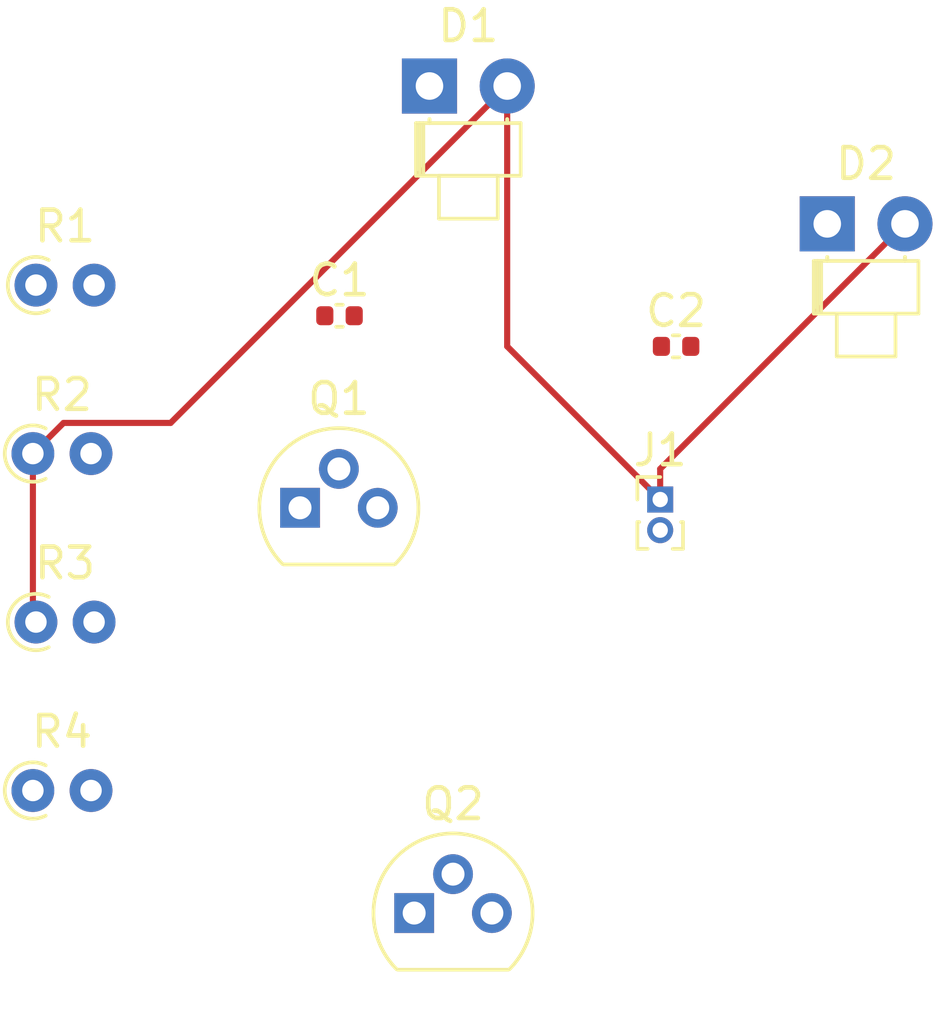
<source format=kicad_pcb>
(kicad_pcb (version 20241229) (generator "pcbnew") (generator_version "9.0")
  (layers (0 "F.Cu" signal) (2 "B.Cu" signal) (13 "F.Paste" user) (15 "B.Paste" user) (5 "F.SilkS" user "F.Silkscreen") (7 "B.SilkS" user "B.Silkscreen") (1 "F.Mask" user) (3 "B.Mask" user) (25 "Edge.Cuts" user))
  (net 0 "")
  (net 1 "Net-(C1-Pad1)")
  (net 2 "Net-(C1-Pad2)")
  (net 3 "Net-(C2-Pad2)")
  (net 4 "Net-(C2-Pad1)")
  (net 5 "+5V")
  (net 6 "Net-(D1-K)")
  (net 7 "Net-(D2-K)")
  (net 8 "GND")
  (footprint "Resistor_THT:R_Axial_DIN0204_L3.6mm_D1.6mm_P1.90mm_Vertical" (layer "F.Cu") (at 113.1 84.5)
    (property "Reference" "R3" (at 0.95 -1.92 0) (layer "F.SilkS"))
    (property "Value" "27k")
    (fp_arc (start 0.417133 0.82) (mid -0.92 0) (end 0.417133 -0.82) (stroke (width 0.12)) (layer "F.SilkS"))
    (pad "1" thru_hole circle (at 0 0) (size 1.4 1.4) (drill 0.7) (layers "*.Cu" "*.Mask") (net 5 "+5V"))
    (pad "2" thru_hole circle (at 1.9 0) (size 1.4 1.4) (drill 0.7) (layers "*.Cu" "*.Mask") (net 3 "Net-(C2-Pad2)"))
  )
  (footprint "Package_TO_SOT_THT:TO-92" (layer "F.Cu") (at 121.73 80.77)
    (property "Reference" "Q1" (at 1.27 -3.56 0) (layer "F.SilkS"))
    (property "Value" "КТ315Б")
    (fp_line (start -0.53 1.85) (end 3.07 1.85) (stroke (width 0.12)) (layer "F.SilkS"))
    (fp_arc (start -0.568478 1.838478) (mid -1.132087 -0.994977) (end 1.27 -2.6) (stroke (width 0.12)) (layer "F.SilkS"))
    (fp_arc (start 1.27 -2.6) (mid 3.672087 -0.994977) (end 3.108478 1.838478) (stroke (width 0.12)) (layer "F.SilkS"))
    (pad "1" thru_hole rect (at 0 0) (size 1.3 1.3) (drill 0.75) (layers "*.Cu" "*.Mask"))
    (pad "2" thru_hole circle (at 1.27 -1.27) (size 1.3 1.3) (drill 0.75) (layers "*.Cu" "*.Mask"))
    (pad "3" thru_hole circle (at 2.54 0) (size 1.3 1.3) (drill 0.75) (layers "*.Cu" "*.Mask"))
  )
  (footprint "Connector_PinHeader_1.00mm:PinHeader_1x02_P1.00mm_Vertical" (layer "F.Cu") (at 133.5 80.5)
    (property "Reference" "J1" (at 0 -1.61 0) (layer "F.SilkS"))
    (property "Value" "Conn_01x02_Pin")
    (fp_line (start -0.745 -0.735) (end 0 -0.735) (stroke (width 0.12)) (layer "F.SilkS"))
    (fp_line (start -0.745 0) (end -0.745 -0.735) (stroke (width 0.12)) (layer "F.SilkS"))
    (fp_line (start -0.745 0.735) (end -0.745 1.61) (stroke (width 0.12)) (layer "F.SilkS"))
    (fp_line (start -0.745 0.735) (end -0.685565 0.735) (stroke (width 0.12)) (layer "F.SilkS"))
    (fp_line (start -0.745 1.61) (end -0.41003 1.61) (stroke (width 0.12)) (layer "F.SilkS"))
    (fp_line (start 0.41003 1.61) (end 0.745 1.61) (stroke (width 0.12)) (layer "F.SilkS"))
    (fp_line (start 0.685565 0.735) (end 0.745 0.735) (stroke (width 0.12)) (layer "F.SilkS"))
    (fp_line (start 0.745 0.735) (end 0.745 1.61) (stroke (width 0.12)) (layer "F.SilkS"))
    (pad "1" thru_hole rect (at 0 0) (size 0.85 0.85) (drill 0.5) (layers "*.Cu" "*.Mask") (net 5 "+5V"))
    (pad "2" thru_hole circle (at 0 1) (size 0.85 0.85) (drill 0.5) (layers "*.Cu" "*.Mask") (net 8 "GND"))
  )
  (footprint "Resistor_THT:R_Axial_DIN0204_L3.6mm_D1.6mm_P1.90mm_Vertical" (layer "F.Cu") (at 113.1 73.5)
    (property "Reference" "R1" (at 0.95 -1.92 0) (layer "F.SilkS"))
    (property "Value" "300")
    (fp_arc (start 0.417133 0.82) (mid -0.92 0) (end 0.417133 -0.82) (stroke (width 0.12)) (layer "F.SilkS"))
    (pad "1" thru_hole circle (at 0 0) (size 1.4 1.4) (drill 0.7) (layers "*.Cu" "*.Mask") (net 6 "Net-(D1-K)"))
    (pad "2" thru_hole circle (at 1.9 0) (size 1.4 1.4) (drill 0.7) (layers "*.Cu" "*.Mask") (net 1 "Net-(C1-Pad1)"))
  )
  (footprint "Resistor_THT:R_Axial_DIN0204_L3.6mm_D1.6mm_P1.90mm_Vertical" (layer "F.Cu") (at 113 90)
    (property "Reference" "R4" (at 0.95 -1.92 0) (layer "F.SilkS"))
    (property "Value" "300")
    (fp_arc (start 0.417133 0.82) (mid -0.92 0) (end 0.417133 -0.82) (stroke (width 0.12)) (layer "F.SilkS"))
    (pad "1" thru_hole circle (at 0 0) (size 1.4 1.4) (drill 0.7) (layers "*.Cu" "*.Mask") (net 7 "Net-(D2-K)"))
    (pad "2" thru_hole circle (at 1.9 0) (size 1.4 1.4) (drill 0.7) (layers "*.Cu" "*.Mask") (net 4 "Net-(C2-Pad1)"))
  )
  (footprint "Package_TO_SOT_THT:TO-92" (layer "F.Cu") (at 125.46 94)
    (property "Reference" "Q2" (at 1.27 -3.56 0) (layer "F.SilkS"))
    (property "Value" "КТ315Б")
    (fp_line (start -0.53 1.85) (end 3.07 1.85) (stroke (width 0.12)) (layer "F.SilkS"))
    (fp_arc (start -0.568478 1.838478) (mid -1.132087 -0.994977) (end 1.27 -2.6) (stroke (width 0.12)) (layer "F.SilkS"))
    (fp_arc (start 1.27 -2.6) (mid 3.672087 -0.994977) (end 3.108478 1.838478) (stroke (width 0.12)) (layer "F.SilkS"))
    (pad "1" thru_hole rect (at 0 0) (size 1.3 1.3) (drill 0.75) (layers "*.Cu" "*.Mask"))
    (pad "2" thru_hole circle (at 1.27 -1.27) (size 1.3 1.3) (drill 0.75) (layers "*.Cu" "*.Mask"))
    (pad "3" thru_hole circle (at 2.54 0) (size 1.3 1.3) (drill 0.75) (layers "*.Cu" "*.Mask"))
  )
  (footprint "Capacitor_SMD:C_0402_1005Metric" (layer "F.Cu") (at 123.02 74.5)
    (property "Reference" "C1" (at 0 -1.16 0) (layer "F.SilkS"))
    (property "Value" "10uF")
    (fp_line (start -0.107836 -0.36) (end 0.107836 -0.36) (stroke (width 0.12)) (layer "F.SilkS"))
    (fp_line (start -0.107836 0.36) (end 0.107836 0.36) (stroke (width 0.12)) (layer "F.SilkS"))
    (pad "1" smd roundrect (at -0.48 0) (size 0.56 0.62) (layers "F.Cu" "F.Mask" "F.Paste") (net 1 "Net-(C1-Pad1)"))
    (pad "2" smd roundrect (at 0.48 0) (size 0.56 0.62) (layers "F.Cu" "F.Mask" "F.Paste") (net 2 "Net-(C1-Pad2)"))
  )
  (footprint "LED_THT:LED_D1.8mm_W1.8mm_H2.4mm_Horizontal_O1.27mm_Z1.6mm" (layer "F.Cu") (at 125.96 67)
    (property "Reference" "D1" (at 1.27 -1.96 0) (layer "F.SilkS"))
    (property "Value" "LED")
    (fp_line (start -0.44 1.21) (end -0.44 2.93) (stroke (width 0.12)) (layer "F.SilkS"))
    (fp_line (start -0.44 2.93) (end 2.98 2.93) (stroke (width 0.12)) (layer "F.SilkS"))
    (fp_line (start -0.32 1.21) (end -0.32 2.93) (stroke (width 0.12)) (layer "F.SilkS"))
    (fp_line (start -0.2 1.21) (end -0.2 2.93) (stroke (width 0.12)) (layer "F.SilkS"))
    (fp_line (start 0 1.08) (end 0 1.21) (stroke (width 0.12)) (layer "F.SilkS"))
    (fp_line (start 0 1.21) (end 0 1.08) (stroke (width 0.12)) (layer "F.SilkS"))
    (fp_line (start 0.31 2.93) (end 0.31 4.33) (stroke (width 0.12)) (layer "F.SilkS"))
    (fp_line (start 0.31 4.33) (end 2.23 4.33) (stroke (width 0.12)) (layer "F.SilkS"))
    (fp_line (start 2.23 2.93) (end 0.31 2.93) (stroke (width 0.12)) (layer "F.SilkS"))
    (fp_line (start 2.23 4.33) (end 2.23 2.93) (stroke (width 0.12)) (layer "F.SilkS"))
    (fp_line (start 2.54 1.08) (end 2.54 1.21) (stroke (width 0.12)) (layer "F.SilkS"))
    (fp_line (start 2.54 1.21) (end 2.54 1.08) (stroke (width 0.12)) (layer "F.SilkS"))
    (fp_line (start 2.98 1.21) (end -0.44 1.21) (stroke (width 0.12)) (layer "F.SilkS"))
    (fp_line (start 2.98 2.93) (end 2.98 1.21) (stroke (width 0.12)) (layer "F.SilkS"))
    (pad "1" thru_hole rect (at 0 0) (size 1.8 1.8) (drill 0.9) (layers "*.Cu" "*.Mask") (net 6 "Net-(D1-K)"))
    (pad "2" thru_hole circle (at 2.54 0) (size 1.8 1.8) (drill 0.9) (layers "*.Cu" "*.Mask") (net 5 "+5V"))
  )
  (footprint "LED_THT:LED_D1.8mm_W1.8mm_H2.4mm_Horizontal_O1.27mm_Z1.6mm" (layer "F.Cu") (at 138.96 71.5)
    (property "Reference" "D2" (at 1.27 -1.96 0) (layer "F.SilkS"))
    (property "Value" "LED")
    (fp_line (start -0.44 1.21) (end -0.44 2.93) (stroke (width 0.12)) (layer "F.SilkS"))
    (fp_line (start -0.44 2.93) (end 2.98 2.93) (stroke (width 0.12)) (layer "F.SilkS"))
    (fp_line (start -0.32 1.21) (end -0.32 2.93) (stroke (width 0.12)) (layer "F.SilkS"))
    (fp_line (start -0.2 1.21) (end -0.2 2.93) (stroke (width 0.12)) (layer "F.SilkS"))
    (fp_line (start 0 1.08) (end 0 1.21) (stroke (width 0.12)) (layer "F.SilkS"))
    (fp_line (start 0 1.21) (end 0 1.08) (stroke (width 0.12)) (layer "F.SilkS"))
    (fp_line (start 0.31 2.93) (end 0.31 4.33) (stroke (width 0.12)) (layer "F.SilkS"))
    (fp_line (start 0.31 4.33) (end 2.23 4.33) (stroke (width 0.12)) (layer "F.SilkS"))
    (fp_line (start 2.23 2.93) (end 0.31 2.93) (stroke (width 0.12)) (layer "F.SilkS"))
    (fp_line (start 2.23 4.33) (end 2.23 2.93) (stroke (width 0.12)) (layer "F.SilkS"))
    (fp_line (start 2.54 1.08) (end 2.54 1.21) (stroke (width 0.12)) (layer "F.SilkS"))
    (fp_line (start 2.54 1.21) (end 2.54 1.08) (stroke (width 0.12)) (layer "F.SilkS"))
    (fp_line (start 2.98 1.21) (end -0.44 1.21) (stroke (width 0.12)) (layer "F.SilkS"))
    (fp_line (start 2.98 2.93) (end 2.98 1.21) (stroke (width 0.12)) (layer "F.SilkS"))
    (pad "1" thru_hole rect (at 0 0) (size 1.8 1.8) (drill 0.9) (layers "*.Cu" "*.Mask") (net 7 "Net-(D2-K)"))
    (pad "2" thru_hole circle (at 2.54 0) (size 1.8 1.8) (drill 0.9) (layers "*.Cu" "*.Mask") (net 5 "+5V"))
  )
  (footprint "Resistor_THT:R_Axial_DIN0204_L3.6mm_D1.6mm_P1.90mm_Vertical" (layer "F.Cu") (at 113 79)
    (property "Reference" "R2" (at 0.95 -1.92 0) (layer "F.SilkS"))
    (property "Value" "27k")
    (fp_arc (start 0.417133 0.82) (mid -0.92 0) (end 0.417133 -0.82) (stroke (width 0.12)) (layer "F.SilkS"))
    (pad "1" thru_hole circle (at 0 0) (size 1.4 1.4) (drill 0.7) (layers "*.Cu" "*.Mask") (net 5 "+5V"))
    (pad "2" thru_hole circle (at 1.9 0) (size 1.4 1.4) (drill 0.7) (layers "*.Cu" "*.Mask") (net 2 "Net-(C1-Pad2)"))
  )
  (footprint "Capacitor_SMD:C_0402_1005Metric" (layer "F.Cu") (at 134.02 75.5)
    (property "Reference" "C2" (at 0 -1.16 0) (layer "F.SilkS"))
    (property "Value" "10uF")
    (fp_line (start -0.107836 -0.36) (end 0.107836 -0.36) (stroke (width 0.12)) (layer "F.SilkS"))
    (fp_line (start -0.107836 0.36) (end 0.107836 0.36) (stroke (width 0.12)) (layer "F.SilkS"))
    (pad "1" smd roundrect (at -0.48 0) (size 0.56 0.62) (layers "F.Cu" "F.Mask" "F.Paste") (net 4 "Net-(C2-Pad1)"))
    (pad "2" smd roundrect (at 0.48 0) (size 0.56 0.62) (layers "F.Cu" "F.Mask" "F.Paste") (net 3 "Net-(C2-Pad2)"))
  )
  (segment (start 133.5 79.5) (end 133.5 80.5) (width 0.2) (layer "F.Cu") (net 5))
  (segment (start 128.5 75.5) (end 128.5 67) (width 0.2) (layer "F.Cu") (net 5))
  (segment (start 128.5 67) (end 117.501 77.999) (width 0.2) (layer "F.Cu") (net 5))
  (segment (start 113 79) (end 113 84.4) (width 0.2) (layer "F.Cu") (net 5))
  (segment (start 141.5 71.5) (end 133.5 79.5) (width 0.2) (layer "F.Cu") (net 5))
  (segment (start 133.5 80.5) (end 128.5 75.5) (width 0.2) (layer "F.Cu") (net 5))
  (segment (start 117.501 77.999) (end 114.001 77.999) (width 0.2) (layer "F.Cu") (net 5))
  (segment (start 113 84.4) (end 113.1 84.5) (width 0.2) (layer "F.Cu") (net 5))
  (segment (start 114.001 77.999) (end 113 79) (width 0.2) (layer "F.Cu") (net 5))
)
</source>
